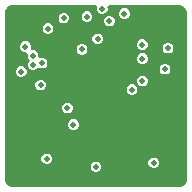
<source format=gbr>
%TF.GenerationSoftware,Altium Limited,Altium Designer,25.8.1 (18)*%
G04 Layer_Physical_Order=3*
G04 Layer_Color=16440176*
%FSLAX45Y45*%
%MOMM*%
%TF.SameCoordinates,B646849D-B937-4B77-9D6D-868C213BF6CA*%
%TF.FilePolarity,Positive*%
%TF.FileFunction,Copper,L3,Inr,Signal*%
%TF.Part,Single*%
G01*
G75*
%TA.AperFunction,ViaPad*%
%ADD23C,0.50000*%
G36*
X2285995Y3721098D02*
X2285999Y3721098D01*
X2285999Y3721098D01*
X2286000Y3721098D01*
X2969346D01*
X2981747Y3701098D01*
X2979330Y3695262D01*
Y3677360D01*
X2986180Y3660820D01*
X2998839Y3648162D01*
X3015379Y3641311D01*
X3033280D01*
X3049820Y3648162D01*
X3062479Y3660820D01*
X3069329Y3677360D01*
Y3695262D01*
X3066912Y3701098D01*
X3079313Y3721098D01*
X3657600D01*
X3666356Y3721100D01*
X3683533Y3717685D01*
X3699712Y3710985D01*
X3714274Y3701255D01*
X3726657Y3688872D01*
X3736385Y3674310D01*
X3743085Y3658130D01*
X3744571Y3650653D01*
X3746496Y3632233D01*
Y3632197D01*
X3746496Y3632196D01*
X3746500Y3632194D01*
X3746499Y2243094D01*
X3743156Y2226285D01*
X3737570Y2212798D01*
X3729460Y2200662D01*
X3719138Y2190340D01*
X3707001Y2182230D01*
X3693515Y2176644D01*
X3679199Y2173796D01*
X2264601D01*
X2250285Y2176644D01*
X2236798Y2182230D01*
X2224662Y2190340D01*
X2214339Y2200662D01*
X2206230Y2212798D01*
X2200644Y2226284D01*
X2197796Y2240601D01*
Y2247900D01*
Y3647900D01*
Y3655199D01*
X2200644Y3669514D01*
X2206230Y3683001D01*
X2214339Y3695138D01*
X2224803Y3705601D01*
X2234291Y3712325D01*
X2248256Y3718565D01*
X2263170Y3721961D01*
X2267522Y3722081D01*
X2285995Y3721098D01*
D02*
G37*
%LPC*%
G36*
X3222051Y3689900D02*
X3204149D01*
X3187610Y3683049D01*
X3174951Y3670390D01*
X3168100Y3653851D01*
Y3635949D01*
X3174951Y3619410D01*
X3187610Y3606751D01*
X3204149Y3599900D01*
X3222051D01*
X3238590Y3606751D01*
X3251249Y3619410D01*
X3258100Y3635949D01*
Y3653851D01*
X3251249Y3670390D01*
X3238590Y3683049D01*
X3222051Y3689900D01*
D02*
G37*
G36*
X2903451Y3664500D02*
X2885549D01*
X2869010Y3657649D01*
X2856351Y3644990D01*
X2849500Y3628451D01*
Y3610549D01*
X2856351Y3594010D01*
X2869010Y3581351D01*
X2885549Y3574500D01*
X2903451D01*
X2919991Y3581351D01*
X2932649Y3594010D01*
X2939500Y3610549D01*
Y3628451D01*
X2932649Y3644990D01*
X2919991Y3657649D01*
X2903451Y3664500D01*
D02*
G37*
G36*
X2708451Y3651800D02*
X2690549D01*
X2674010Y3644949D01*
X2661351Y3632290D01*
X2654500Y3615751D01*
Y3597849D01*
X2661351Y3581310D01*
X2674010Y3568651D01*
X2690549Y3561800D01*
X2708451D01*
X2724990Y3568651D01*
X2737649Y3581310D01*
X2744500Y3597849D01*
Y3615751D01*
X2737649Y3632290D01*
X2724990Y3644949D01*
X2708451Y3651800D01*
D02*
G37*
G36*
X3093284Y3626400D02*
X3075382D01*
X3058842Y3619549D01*
X3046184Y3606890D01*
X3039333Y3590351D01*
Y3572449D01*
X3046184Y3555910D01*
X3058842Y3543251D01*
X3075382Y3536400D01*
X3093284D01*
X3109823Y3543251D01*
X3122482Y3555910D01*
X3129333Y3572449D01*
Y3590351D01*
X3122482Y3606890D01*
X3109823Y3619549D01*
X3093284Y3626400D01*
D02*
G37*
G36*
X2574351Y3562900D02*
X2556449D01*
X2539910Y3556049D01*
X2527251Y3543390D01*
X2520400Y3526851D01*
Y3508949D01*
X2527251Y3492410D01*
X2539910Y3479751D01*
X2556449Y3472900D01*
X2574351D01*
X2590890Y3479751D01*
X2603549Y3492410D01*
X2610400Y3508949D01*
Y3526851D01*
X2603549Y3543390D01*
X2590890Y3556049D01*
X2574351Y3562900D01*
D02*
G37*
G36*
X2993557Y3476899D02*
X2975655D01*
X2959115Y3470048D01*
X2946457Y3457389D01*
X2939606Y3440850D01*
Y3422948D01*
X2946457Y3406408D01*
X2959115Y3393750D01*
X2975655Y3386899D01*
X2993557D01*
X3010096Y3393750D01*
X3022755Y3406408D01*
X3029606Y3422948D01*
Y3440850D01*
X3022755Y3457389D01*
X3010096Y3470048D01*
X2993557Y3476899D01*
D02*
G37*
G36*
X3374151Y3428220D02*
X3356249D01*
X3339710Y3421369D01*
X3327051Y3408710D01*
X3320200Y3392171D01*
Y3374269D01*
X3327051Y3357730D01*
X3339710Y3345071D01*
X3356249Y3338220D01*
X3374151D01*
X3390691Y3345071D01*
X3403349Y3357730D01*
X3410200Y3374269D01*
Y3392171D01*
X3403349Y3408710D01*
X3390691Y3421369D01*
X3374151Y3428220D01*
D02*
G37*
G36*
X3590351Y3397800D02*
X3572449D01*
X3555910Y3390949D01*
X3543251Y3378290D01*
X3536400Y3361751D01*
Y3343849D01*
X3543251Y3327310D01*
X3555910Y3314651D01*
X3572449Y3307800D01*
X3590351D01*
X3606890Y3314651D01*
X3619549Y3327310D01*
X3626400Y3343849D01*
Y3361751D01*
X3619549Y3378290D01*
X3606890Y3390949D01*
X3590351Y3397800D01*
D02*
G37*
G36*
X2862251Y3388828D02*
X2844349D01*
X2827810Y3381977D01*
X2815151Y3369319D01*
X2808300Y3352779D01*
Y3334878D01*
X2815151Y3318338D01*
X2827810Y3305679D01*
X2844349Y3298829D01*
X2862251D01*
X2878791Y3305679D01*
X2891449Y3318338D01*
X2898300Y3334878D01*
Y3352779D01*
X2891449Y3369319D01*
X2878791Y3381977D01*
X2862251Y3388828D01*
D02*
G37*
G36*
X3374451Y3308900D02*
X3356549D01*
X3340010Y3302049D01*
X3327351Y3289390D01*
X3320500Y3272851D01*
Y3254949D01*
X3327351Y3238410D01*
X3340010Y3225751D01*
X3356549Y3218900D01*
X3374451D01*
X3390990Y3225751D01*
X3403649Y3238410D01*
X3410500Y3254949D01*
Y3272851D01*
X3403649Y3289390D01*
X3390990Y3302049D01*
X3374451Y3308900D01*
D02*
G37*
G36*
X2383851Y3410500D02*
X2365949D01*
X2349410Y3403649D01*
X2336751Y3390990D01*
X2329900Y3374451D01*
Y3356549D01*
X2336751Y3340010D01*
X2349410Y3327351D01*
X2365949Y3320500D01*
X2380968D01*
X2389729Y3312176D01*
X2395678Y3303751D01*
X2393400Y3298251D01*
Y3280349D01*
X2400251Y3263810D01*
X2412909Y3251151D01*
X2402515Y3236503D01*
X2395664Y3219964D01*
Y3202062D01*
X2402515Y3185522D01*
X2415174Y3172864D01*
X2431713Y3166013D01*
X2449615D01*
X2466155Y3172864D01*
X2478813Y3185522D01*
X2499551Y3183326D01*
X2505649Y3180800D01*
X2523551D01*
X2540090Y3187651D01*
X2552749Y3200310D01*
X2559600Y3216849D01*
Y3234751D01*
X2552749Y3251290D01*
X2540090Y3263949D01*
X2523551Y3270800D01*
X2505649D01*
X2500149Y3268522D01*
X2491724Y3274471D01*
X2483400Y3283232D01*
Y3298251D01*
X2476549Y3314790D01*
X2463890Y3327449D01*
X2447351Y3334300D01*
X2432332D01*
X2423571Y3342624D01*
X2417622Y3351049D01*
X2419900Y3356549D01*
Y3374451D01*
X2413049Y3390990D01*
X2400390Y3403649D01*
X2383851Y3410500D01*
D02*
G37*
G36*
X3564951Y3220000D02*
X3547049D01*
X3530510Y3213149D01*
X3517851Y3200490D01*
X3511000Y3183951D01*
Y3166049D01*
X3517851Y3149510D01*
X3530510Y3136851D01*
X3547049Y3130000D01*
X3564951D01*
X3581490Y3136851D01*
X3594149Y3149510D01*
X3601000Y3166049D01*
Y3183951D01*
X3594149Y3200490D01*
X3581490Y3213149D01*
X3564951Y3220000D01*
D02*
G37*
G36*
X2349436Y3198781D02*
X2331534D01*
X2314995Y3191930D01*
X2302336Y3179272D01*
X2295485Y3162732D01*
Y3144830D01*
X2302336Y3128291D01*
X2314995Y3115632D01*
X2331534Y3108781D01*
X2349436D01*
X2365976Y3115632D01*
X2378634Y3128291D01*
X2385485Y3144830D01*
Y3162732D01*
X2378634Y3179272D01*
X2365976Y3191930D01*
X2349436Y3198781D01*
D02*
G37*
G36*
X3374451Y3118400D02*
X3356549D01*
X3340010Y3111549D01*
X3327351Y3098890D01*
X3320500Y3082351D01*
Y3064449D01*
X3327351Y3047910D01*
X3340010Y3035251D01*
X3356549Y3028400D01*
X3374451D01*
X3390990Y3035251D01*
X3403649Y3047910D01*
X3410500Y3064449D01*
Y3082351D01*
X3403649Y3098890D01*
X3390990Y3111549D01*
X3374451Y3118400D01*
D02*
G37*
G36*
X2513451Y3084900D02*
X2495549D01*
X2479010Y3078049D01*
X2466351Y3065390D01*
X2459500Y3048851D01*
Y3030949D01*
X2466351Y3014410D01*
X2479010Y3001751D01*
X2495549Y2994900D01*
X2513451D01*
X2529990Y3001751D01*
X2542649Y3014410D01*
X2549500Y3030949D01*
Y3048851D01*
X2542649Y3065390D01*
X2529990Y3078049D01*
X2513451Y3084900D01*
D02*
G37*
G36*
X3285551Y3047407D02*
X3267649D01*
X3251110Y3040556D01*
X3238451Y3027897D01*
X3231600Y3011358D01*
Y2993456D01*
X3238451Y2976917D01*
X3251110Y2964258D01*
X3267649Y2957407D01*
X3285551D01*
X3302090Y2964258D01*
X3314749Y2976917D01*
X3321600Y2993456D01*
Y3011358D01*
X3314749Y3027897D01*
X3302090Y3040556D01*
X3285551Y3047407D01*
D02*
G37*
G36*
X2739451Y2889800D02*
X2721549D01*
X2705010Y2882949D01*
X2692351Y2870290D01*
X2685500Y2853751D01*
Y2835849D01*
X2692351Y2819310D01*
X2705010Y2806651D01*
X2721549Y2799800D01*
X2739451D01*
X2755990Y2806651D01*
X2768649Y2819310D01*
X2775500Y2835849D01*
Y2853751D01*
X2768649Y2870290D01*
X2755990Y2882949D01*
X2739451Y2889800D01*
D02*
G37*
G36*
X2790251Y2750100D02*
X2772349D01*
X2755810Y2743249D01*
X2743151Y2730590D01*
X2736300Y2714051D01*
Y2696149D01*
X2743151Y2679610D01*
X2755810Y2666951D01*
X2772349Y2660100D01*
X2790251D01*
X2806790Y2666951D01*
X2819449Y2679610D01*
X2826300Y2696149D01*
Y2714051D01*
X2819449Y2730590D01*
X2806790Y2743249D01*
X2790251Y2750100D01*
D02*
G37*
G36*
X2563251Y2459600D02*
X2545349D01*
X2528810Y2452749D01*
X2516151Y2440090D01*
X2509300Y2423551D01*
Y2405649D01*
X2516151Y2389110D01*
X2528810Y2376451D01*
X2545349Y2369600D01*
X2563251D01*
X2579790Y2376451D01*
X2592449Y2389110D01*
X2599300Y2405649D01*
Y2423551D01*
X2592449Y2440090D01*
X2579790Y2452749D01*
X2563251Y2459600D01*
D02*
G37*
G36*
X3469851Y2426100D02*
X3451949D01*
X3435409Y2419249D01*
X3422751Y2406591D01*
X3415900Y2390051D01*
Y2372149D01*
X3422751Y2355610D01*
X3435409Y2342951D01*
X3451949Y2336100D01*
X3469851D01*
X3486390Y2342951D01*
X3499049Y2355610D01*
X3505900Y2372149D01*
Y2390051D01*
X3499049Y2406591D01*
X3486390Y2419249D01*
X3469851Y2426100D01*
D02*
G37*
G36*
X2980257Y2391756D02*
X2962355D01*
X2945816Y2384905D01*
X2933157Y2372246D01*
X2926306Y2355707D01*
Y2337805D01*
X2933157Y2321265D01*
X2945816Y2308607D01*
X2962355Y2301756D01*
X2980257D01*
X2996796Y2308607D01*
X3009455Y2321265D01*
X3016306Y2337805D01*
Y2355707D01*
X3009455Y2372246D01*
X2996796Y2384905D01*
X2980257Y2391756D01*
D02*
G37*
%LPD*%
D23*
X3581400Y3352800D02*
D03*
X3556000Y3175000D02*
D03*
X2849900Y3200400D02*
D03*
X2578100Y3441700D02*
D03*
Y2616200D02*
D03*
X3352800Y2590800D02*
D03*
X3201826Y3566820D02*
D03*
X3604600Y2933700D02*
D03*
X3149600Y3136900D02*
D03*
X3124500Y2311400D02*
D03*
X3015700Y3251200D02*
D03*
X2260600Y3054500D02*
D03*
X2635800Y2851700D02*
D03*
X3028411Y2891100D02*
D03*
X2853300Y3343828D02*
D03*
X3213100Y3644900D02*
D03*
X3365500Y3073400D02*
D03*
Y3263900D02*
D03*
X2781300Y2705100D02*
D03*
X2438400Y3289300D02*
D03*
X2565400Y3517900D02*
D03*
X3365200Y3383220D02*
D03*
X3460900Y2381100D02*
D03*
X2730500Y2844800D02*
D03*
X2554300Y2414600D02*
D03*
X2504500Y3039900D02*
D03*
X3276600Y3002407D02*
D03*
X2514600Y3225800D02*
D03*
X2894500Y3619500D02*
D03*
X2440664Y3211013D02*
D03*
X2374900Y3365500D02*
D03*
X3084333Y3581400D02*
D03*
X2984606Y3431899D02*
D03*
X2699500Y3606800D02*
D03*
X2340485Y3153781D02*
D03*
X3024329Y3686311D02*
D03*
X2971306Y2346756D02*
D03*
%TF.MD5,5d027d73976b1e2acf434ca8c7903b2e*%
M02*

</source>
